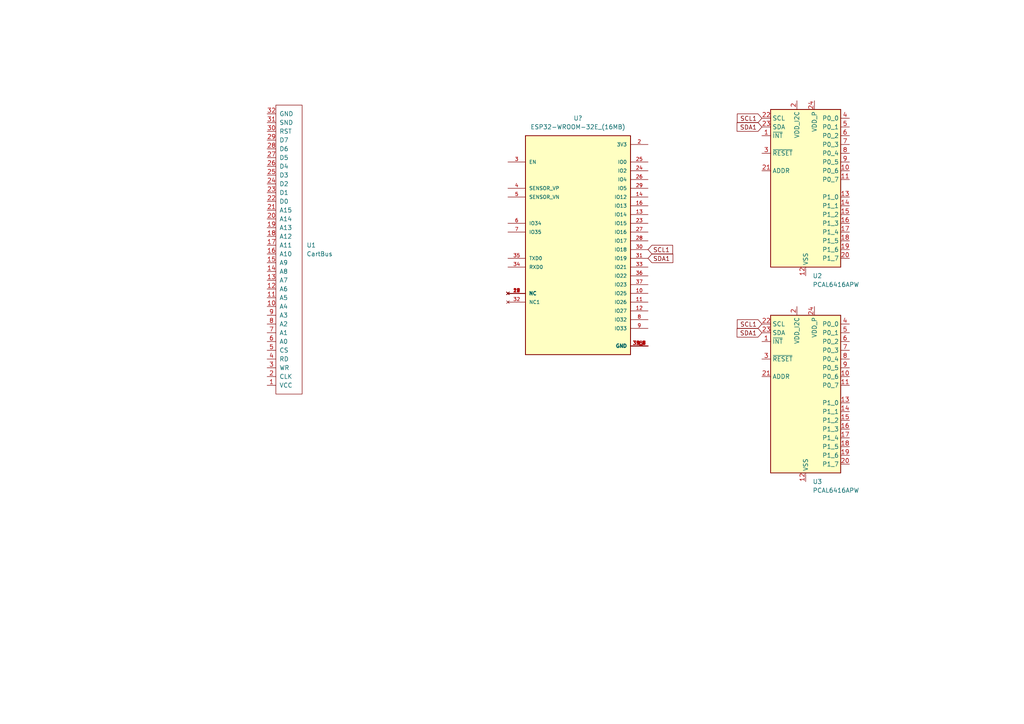
<source format=kicad_sch>
(kicad_sch (version 20211123) (generator eeschema)
  (paper "A4")
  (lib_symbols
    (symbol "Esp32E:ESP32-WROOM-32E_(16MB)" (pin_names (offset 1.016))
      (property "Reference" "U" (at -15.24 33.909 0))
      (property "Value" "ESP32-WROOM-32E_(16MB)" (at -15.24 -33.02 0))
      (symbol "ESP32-WROOM-32E_(16MB)_0_0"
        (rectangle (start -15.24 -30.48) (end 15.24 33.02) (stroke (width 0.254)) (fill (type background)))
        (pin power_in line (at 20.32 -27.94 180) (length 5.08) (name "GND") (number "1"))
        (pin bidirectional line (at 20.32 -12.7 180) (length 5.08) (name "IO25") (number "10"))
        (pin bidirectional line (at 20.32 -15.24 180) (length 5.08) (name "IO26") (number "11"))
        (pin bidirectional line (at 20.32 -17.78 180) (length 5.08) (name "IO27") (number "12"))
        (pin bidirectional line (at 20.32 10.16 180) (length 5.08) (name "IO14") (number "13"))
        (pin bidirectional line (at 20.32 15.24 180) (length 5.08) (name "IO12") (number "14"))
        (pin power_in line (at 20.32 -27.94 180) (length 5.08) (name "GND") (number "15"))
        (pin bidirectional line (at 20.32 12.7 180) (length 5.08) (name "IO13") (number "16"))
        (pin no_connect line (at -20.32 -12.7 0) (length 5.08) (name "NC") (number "17"))
        (pin no_connect line (at -20.32 -12.7 0) (length 5.08) (name "NC") (number "18"))
        (pin no_connect line (at -20.32 -12.7 0) (length 5.08) (name "NC") (number "19"))
        (pin power_in line (at 20.32 30.48 180) (length 5.08) (name "3V3") (number "2"))
        (pin no_connect line (at -20.32 -12.7 0) (length 5.08) (name "NC") (number "20"))
        (pin no_connect line (at -20.32 -12.7 0) (length 5.08) (name "NC") (number "21"))
        (pin no_connect line (at -20.32 -12.7 0) (length 5.08) (name "NC") (number "22"))
        (pin bidirectional line (at 20.32 7.62 180) (length 5.08) (name "IO15") (number "23"))
        (pin bidirectional line (at 20.32 22.86 180) (length 5.08) (name "IO2") (number "24"))
        (pin bidirectional line (at 20.32 25.4 180) (length 5.08) (name "IO0") (number "25"))
        (pin bidirectional line (at 20.32 20.32 180) (length 5.08) (name "IO4") (number "26"))
        (pin bidirectional line (at 20.32 5.08 180) (length 5.08) (name "IO16") (number "27"))
        (pin bidirectional line (at 20.32 2.54 180) (length 5.08) (name "IO17") (number "28"))
        (pin bidirectional line (at 20.32 17.78 180) (length 5.08) (name "IO5") (number "29"))
        (pin input line (at -20.32 25.4 0) (length 5.08) (name "EN") (number "3"))
        (pin bidirectional line (at 20.32 0 180) (length 5.08) (name "IO18") (number "30"))
        (pin bidirectional line (at 20.32 -2.54 180) (length 5.08) (name "IO19") (number "31"))
        (pin no_connect line (at -20.32 -15.24 0) (length 5.08) (name "NC1") (number "32"))
        (pin bidirectional line (at 20.32 -5.08 180) (length 5.08) (name "IO21") (number "33"))
        (pin bidirectional line (at -20.32 -5.08 0) (length 5.08) (name "RXD0") (number "34"))
        (pin bidirectional line (at -20.32 -2.54 0) (length 5.08) (name "TXD0") (number "35"))
        (pin bidirectional line (at 20.32 -7.62 180) (length 5.08) (name "IO22") (number "36"))
        (pin bidirectional line (at 20.32 -10.16 180) (length 5.08) (name "IO23") (number "37"))
        (pin power_in line (at 20.32 -27.94 180) (length 5.08) (name "GND") (number "38"))
        (pin power_in line (at 20.32 -27.94 180) (length 5.08) (name "GND") (number "39_1"))
        (pin power_in line (at 20.32 -27.94 180) (length 5.08) (name "GND") (number "39_2"))
        (pin power_in line (at 20.32 -27.94 180) (length 5.08) (name "GND") (number "39_3"))
        (pin power_in line (at 20.32 -27.94 180) (length 5.08) (name "GND") (number "39_4"))
        (pin power_in line (at 20.32 -27.94 180) (length 5.08) (name "GND") (number "39_5"))
        (pin power_in line (at 20.32 -27.94 180) (length 5.08) (name "GND") (number "39_6"))
        (pin power_in line (at 20.32 -27.94 180) (length 5.08) (name "GND") (number "39_7"))
        (pin power_in line (at 20.32 -27.94 180) (length 5.08) (name "GND") (number "39_8"))
        (pin power_in line (at 20.32 -27.94 180) (length 5.08) (name "GND") (number "39_9"))
        (pin input line (at -20.32 17.78 0) (length 5.08) (name "SENSOR_VP") (number "4"))
        (pin input line (at -20.32 15.24 0) (length 5.08) (name "SENSOR_VN") (number "5"))
        (pin input line (at -20.32 7.62 0) (length 5.08) (name "IO34") (number "6"))
        (pin input line (at -20.32 5.08 0) (length 5.08) (name "IO35") (number "7"))
        (pin bidirectional line (at 20.32 -20.32 180) (length 5.08) (name "IO32") (number "8"))
        (pin bidirectional line (at 20.32 -22.86 180) (length 5.08) (name "IO33") (number "9"))
      )
    )
    (symbol "Gameboy:CartBus" (pin_names (offset 1.016))
      (property "Reference" "U?" (at 24.13 -11.43 0))
      (property "Value" "CartBus" (at 24.13 -8.89 0))
      (symbol "CartBus_0_1"
        (rectangle (start 66.04 0) (end -17.78 -7.62))
      )
      (symbol "CartBus_1_1"
        (pin unspecified line (at -15.24 2.54 270) (length 2.54) (name "VCC") (number "1"))
        (pin unspecified line (at 7.62 2.54 270) (length 2.54) (name "A4") (number "10"))
        (pin unspecified line (at 10.16 2.54 270) (length 2.54) (name "A5") (number "11"))
        (pin unspecified line (at 12.7 2.54 270) (length 2.54) (name "A6") (number "12"))
        (pin unspecified line (at 15.24 2.54 270) (length 2.54) (name "A7") (number "13"))
        (pin unspecified line (at 17.78 2.54 270) (length 2.54) (name "A8") (number "14"))
        (pin unspecified line (at 20.32 2.54 270) (length 2.54) (name "A9") (number "15"))
        (pin unspecified line (at 22.86 2.54 270) (length 2.54) (name "A10") (number "16"))
        (pin unspecified line (at 25.4 2.54 270) (length 2.54) (name "A11") (number "17"))
        (pin unspecified line (at 27.94 2.54 270) (length 2.54) (name "A12") (number "18"))
        (pin unspecified line (at 30.48 2.54 270) (length 2.54) (name "A13") (number "19"))
        (pin unspecified line (at -12.7 2.54 270) (length 2.54) (name "CLK~{}") (number "2"))
        (pin unspecified line (at 33.02 2.54 270) (length 2.54) (name "A14") (number "20"))
        (pin unspecified line (at 35.56 2.54 270) (length 2.54) (name "A15") (number "21"))
        (pin unspecified line (at 38.1 2.54 270) (length 2.54) (name "D0") (number "22"))
        (pin unspecified line (at 40.64 2.54 270) (length 2.54) (name "D1") (number "23"))
        (pin unspecified line (at 43.18 2.54 270) (length 2.54) (name "D2") (number "24"))
        (pin unspecified line (at 45.72 2.54 270) (length 2.54) (name "D3") (number "25"))
        (pin unspecified line (at 48.26 2.54 270) (length 2.54) (name "D4") (number "26"))
        (pin unspecified line (at 50.8 2.54 270) (length 2.54) (name "D5") (number "27"))
        (pin unspecified line (at 53.34 2.54 270) (length 2.54) (name "D6") (number "28"))
        (pin unspecified line (at 55.88 2.54 270) (length 2.54) (name "D7") (number "29"))
        (pin unspecified line (at -10.16 2.54 270) (length 2.54) (name "WR") (number "3"))
        (pin unspecified line (at 58.42 2.54 270) (length 2.54) (name "RST") (number "30"))
        (pin unspecified line (at 60.96 2.54 270) (length 2.54) (name "SND") (number "31"))
        (pin unspecified line (at 63.5 2.54 270) (length 2.54) (name "GND") (number "32"))
        (pin unspecified line (at -7.62 2.54 270) (length 2.54) (name "RD") (number "4"))
        (pin unspecified line (at -5.08 2.54 270) (length 2.54) (name "CS") (number "5"))
        (pin unspecified line (at -2.54 2.54 270) (length 2.54) (name "A0") (number "6"))
        (pin unspecified line (at 0 2.54 270) (length 2.54) (name "A1") (number "7"))
        (pin unspecified line (at 2.54 2.54 270) (length 2.54) (name "A2") (number "8"))
        (pin unspecified line (at 5.08 2.54 270) (length 2.54) (name "A3") (number "9"))
      )
    )
    (symbol "Interface_Expansion:PCAL6416APW"
      (property "Reference" "U" (at -10.16 24.13 0))
      (property "Value" "PCAL6416APW" (at 3.81 24.13 0))
      (symbol "PCAL6416APW_0_1"
        (rectangle (start -10.16 22.86) (end 10.16 -22.86) (stroke (width 0.254)) (fill (type background)))
      )
      (symbol "PCAL6416APW_1_1"
        (pin open_collector line (at -12.7 15.24 0) (length 2.54) (name "~{INT}") (number "1"))
        (pin bidirectional line (at 12.7 5.08 180) (length 2.54) (name "P0_6") (number "10"))
        (pin bidirectional line (at 12.7 2.54 180) (length 2.54) (name "P0_7") (number "11"))
        (pin power_in line (at 0 -25.4 90) (length 2.54) (name "VSS") (number "12"))
        (pin bidirectional line (at 12.7 -2.54 180) (length 2.54) (name "P1_0") (number "13"))
        (pin bidirectional line (at 12.7 -5.08 180) (length 2.54) (name "P1_1") (number "14"))
        (pin bidirectional line (at 12.7 -7.62 180) (length 2.54) (name "P1_2") (number "15"))
        (pin bidirectional line (at 12.7 -10.16 180) (length 2.54) (name "P1_3") (number "16"))
        (pin bidirectional line (at 12.7 -12.7 180) (length 2.54) (name "P1_4") (number "17"))
        (pin bidirectional line (at 12.7 -15.24 180) (length 2.54) (name "P1_5") (number "18"))
        (pin bidirectional line (at 12.7 -17.78 180) (length 2.54) (name "P1_6") (number "19"))
        (pin power_in line (at -2.54 25.4 270) (length 2.54) (name "VDD_I2C") (number "2"))
        (pin bidirectional line (at 12.7 -20.32 180) (length 2.54) (name "P1_7") (number "20"))
        (pin input line (at -12.7 5.08 0) (length 2.54) (name "ADDR") (number "21"))
        (pin input line (at -12.7 20.32 0) (length 2.54) (name "SCL") (number "22"))
        (pin bidirectional line (at -12.7 17.78 0) (length 2.54) (name "SDA") (number "23"))
        (pin power_in line (at 2.54 25.4 270) (length 2.54) (name "VDD_P") (number "24"))
        (pin input line (at -12.7 10.16 0) (length 2.54) (name "~{RESET}") (number "3"))
        (pin bidirectional line (at 12.7 20.32 180) (length 2.54) (name "P0_0") (number "4"))
        (pin bidirectional line (at 12.7 17.78 180) (length 2.54) (name "P0_1") (number "5"))
        (pin bidirectional line (at 12.7 15.24 180) (length 2.54) (name "P0_2") (number "6"))
        (pin bidirectional line (at 12.7 12.7 180) (length 2.54) (name "P0_3") (number "7"))
        (pin bidirectional line (at 12.7 10.16 180) (length 2.54) (name "P0_4") (number "8"))
        (pin bidirectional line (at 12.7 7.62 180) (length 2.54) (name "P0_5") (number "9"))
      )
    )
  )
  (global_label "SCL1" (shape input) (at 220.98 93.98 180) (property "Intersheet References" "${INTERSHEET_REFS}" (effects hide)))
  (global_label "SCL1" (shape input) (at 187.96 72.39 0) (property "Intersheet References" "${INTERSHEET_REFS}" (effects hide)))
  (global_label "SCL1" (shape input) (at 220.98 34.29 180) (property "Intersheet References" "${INTERSHEET_REFS}" (effects hide)))
  (global_label "SDA1" (shape input) (at 220.98 36.83 180) (property "Intersheet References" "${INTERSHEET_REFS}" (effects hide)))
  (global_label "SDA1" (shape input) (at 187.96 74.93 0) (property "Intersheet References" "${INTERSHEET_REFS}" (effects hide)))
  (global_label "SDA1" (shape input) (at 220.98 96.52 180) (property "Intersheet References" "${INTERSHEET_REFS}" (effects hide)))
  (symbol (lib_id "Interface_Expansion:PCAL6416APW") (at 233.68 54.61 0) (unit 1)
    (property "Reference" "U2" (at 235.6994 80.01 0) (effects (justify left)))
    (property "Value" "PCAL6416APW" (at 235.6994 82.55 0) (effects (justify left)))
    (property "Footprint" "Package_SO:TSSOP-24_4.4x7.8mm_P0.65mm" (effects hide))
    (property "Datasheet" "https://www.nxp.com/docs/en/data-sheet/PCAL6416A.pdf" (effects hide))
  )
  (symbol (lib_id "Gameboy:CartBus") (at 80.01 96.52 90) (unit 1)
    (property "Reference" "U1" (at 88.9 71.1199 90) (effects (justify right)))
    (property "Value" "CartBus" (at 88.9 73.6599 90) (effects (justify right)))
    (property "Footprint" "Footprints:DSL_Cartridge_Reader" (effects hide))
  )
  (symbol (lib_id "Interface_Expansion:PCAL6416APW") (at 233.68 114.3 0) (unit 1)
    (property "Reference" "U3" (at 235.6994 139.7 0) (effects (justify left)))
    (property "Value" "PCAL6416APW" (at 235.6994 142.24 0) (effects (justify left)))
    (property "Footprint" "Package_SO:TSSOP-24_4.4x7.8mm_P0.65mm" (effects hide))
    (property "Datasheet" "https://www.nxp.com/docs/en/data-sheet/PCAL6416A.pdf" (effects hide))
  )
  (symbol (lib_id "Esp32E:ESP32-WROOM-32E_(16MB)") (at 167.64 72.39 0) (unit 1)
    (property "Reference" "U?" (at 167.64 34.29 0))
    (property "Value" "ESP32-WROOM-32E_(16MB)" (at 167.64 36.83 0))
    (property "Footprint" "XCVR_ESP32-WROOM-32E_(16MB)" (effects hide))
    (property "PARTREV" "1.4" (effects hide))
    (property "MANUFACTURER" "Espressif Systems" (effects hide))
    (property "MAXIMUM_PACKAGE_HEIGHT" "3.25mm" (effects hide))
    (property "STANDARD" "Manufacturer Recommendations" (effects hide))
  )
)
</source>
